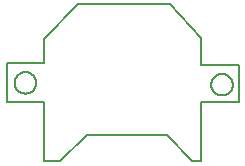
<source format=gbo>
G04 ( created by brdgerber.py ( brdgerber.py v0.1 2014-03-12 ) ) date 2015-07-07 22:24:22 EDT*
G04 Gerber Fmt 3.4, Leading zero omitted, Abs format*
%MOIN*%
%FSLAX34Y34*%
G01*
G70*
G90*
G04 APERTURE LIST*
%ADD17C,0.0026*%
%ADD19R,0.0250X0.0450*%
%ADD12C,0.0052*%
%ADD11R,0.1259X0.1259*%
%ADD21R,0.0236X0.0551*%
%ADD22C,0.0060*%
%ADD25C,0.0472*%
%ADD10R,0.1535X0.1535*%
%ADD13C,0.0050*%
%ADD14R,0.0450X0.0250*%
%ADD20C,0.0200*%
%ADD16R,0.0314X0.0314*%
%ADD24C,0.0100*%
%ADD15C,0.0045*%
%ADD23C,0.0080*%
%ADD18C,0.0040*%
G04 APERTURE END LIST*
G54D17*
D13*
G01X02676Y12545D02*
G01X03928Y12545D01*
D13*
G01X03928Y12545D02*
G01X03928Y13345D01*
D13*
G01X03928Y13345D02*
G01X05044Y14522D01*
D13*
G01X05044Y14522D02*
G01X08116Y14522D01*
D13*
G01X08116Y14522D02*
G01X09172Y13406D01*
D13*
G01X09172Y13406D02*
G01X09172Y12506D01*
D13*
G01X09172Y12506D02*
G01X10424Y12506D01*
D13*
G01X10424Y12506D02*
G01X10424Y11255D01*
D13*
G01X10424Y11255D02*
G01X09172Y11255D01*
D13*
G01X09172Y11255D02*
G01X09172Y09282D01*
D13*
G01X09172Y09282D02*
G01X08850Y09282D01*
D13*
G01X08850Y09282D02*
G01X08007Y10167D01*
D13*
G01X08007Y10167D02*
G01X05350Y10167D01*
D13*
G01X05350Y10167D02*
G01X04450Y09282D01*
D13*
G01X04450Y09282D02*
G01X03928Y09282D01*
D13*
G01X03928Y09282D02*
G01X03928Y11255D01*
D13*
G01X03928Y11255D02*
G01X02676Y11255D01*
D13*
G01X02676Y11255D02*
G01X02676Y12545D01*
D13*
G01X03661Y11900D02*
G01X03661Y11900D01*
G01X03661Y11909D01*
G01X03661Y11918D01*
G01X03660Y11926D01*
G01X03659Y11935D01*
G01X03658Y11944D01*
G01X03657Y11953D01*
G01X03656Y11962D01*
G01X03654Y11970D01*
G01X03652Y11979D01*
G01X03650Y11987D01*
G01X03648Y11996D01*
G01X03645Y12005D01*
G01X03643Y12013D01*
G01X03640Y12021D01*
G01X03637Y12030D01*
G01X03634Y12038D01*
G01X03630Y12046D01*
G01X03626Y12054D01*
G01X03623Y12062D01*
G01X03618Y12070D01*
G01X03614Y12077D01*
G01X03610Y12085D01*
G01X03605Y12093D01*
G01X03600Y12100D01*
G01X03595Y12107D01*
G01X03590Y12114D01*
G01X03585Y12121D01*
G01X03579Y12128D01*
G01X03574Y12135D01*
G01X03568Y12142D01*
G01X03562Y12148D01*
G01X03556Y12155D01*
G01X03549Y12161D01*
G01X03543Y12167D01*
G01X03536Y12173D01*
G01X03529Y12178D01*
G01X03522Y12184D01*
G01X03515Y12189D01*
G01X03508Y12194D01*
G01X03501Y12199D01*
G01X03494Y12204D01*
G01X03486Y12209D01*
G01X03478Y12213D01*
G01X03471Y12217D01*
G01X03463Y12222D01*
G01X03455Y12225D01*
G01X03447Y12229D01*
G01X03439Y12233D01*
G01X03431Y12236D01*
G01X03422Y12239D01*
G01X03414Y12242D01*
G01X03406Y12244D01*
G01X03397Y12247D01*
G01X03388Y12249D01*
G01X03380Y12251D01*
G01X03371Y12253D01*
G01X03363Y12255D01*
G01X03354Y12256D01*
G01X03345Y12257D01*
G01X03336Y12258D01*
G01X03327Y12259D01*
G01X03319Y12260D01*
G01X03310Y12260D01*
G01X03301Y12260D01*
G01X03292Y12260D01*
G01X03283Y12260D01*
G01X03275Y12259D01*
G01X03266Y12258D01*
G01X03257Y12257D01*
G01X03248Y12256D01*
G01X03239Y12255D01*
G01X03231Y12253D01*
G01X03222Y12251D01*
G01X03214Y12249D01*
G01X03205Y12247D01*
G01X03196Y12244D01*
G01X03188Y12242D01*
G01X03180Y12239D01*
G01X03171Y12236D01*
G01X03163Y12233D01*
G01X03155Y12229D01*
G01X03147Y12225D01*
G01X03139Y12222D01*
G01X03131Y12217D01*
G01X03124Y12213D01*
G01X03116Y12209D01*
G01X03108Y12204D01*
G01X03101Y12199D01*
G01X03094Y12194D01*
G01X03087Y12189D01*
G01X03080Y12184D01*
G01X03073Y12178D01*
G01X03066Y12173D01*
G01X03059Y12167D01*
G01X03053Y12161D01*
G01X03046Y12155D01*
G01X03040Y12148D01*
G01X03034Y12142D01*
G01X03028Y12135D01*
G01X03023Y12128D01*
G01X03017Y12121D01*
G01X03012Y12114D01*
G01X03007Y12107D01*
G01X03002Y12100D01*
G01X02997Y12093D01*
G01X02992Y12085D01*
G01X02988Y12077D01*
G01X02984Y12070D01*
G01X02979Y12062D01*
G01X02976Y12054D01*
G01X02972Y12046D01*
G01X02968Y12038D01*
G01X02965Y12030D01*
G01X02962Y12021D01*
G01X02959Y12013D01*
G01X02957Y12005D01*
G01X02954Y11996D01*
G01X02952Y11987D01*
G01X02950Y11979D01*
G01X02948Y11970D01*
G01X02946Y11962D01*
G01X02945Y11953D01*
G01X02944Y11944D01*
G01X02943Y11935D01*
G01X02942Y11926D01*
G01X02941Y11918D01*
G01X02941Y11909D01*
G01X02941Y11900D01*
G01X02941Y11891D01*
G01X02941Y11882D01*
G01X02942Y11874D01*
G01X02943Y11865D01*
G01X02944Y11856D01*
G01X02945Y11847D01*
G01X02946Y11838D01*
G01X02948Y11830D01*
G01X02950Y11821D01*
G01X02952Y11813D01*
G01X02954Y11804D01*
G01X02957Y11795D01*
G01X02959Y11787D01*
G01X02962Y11779D01*
G01X02965Y11770D01*
G01X02968Y11762D01*
G01X02972Y11754D01*
G01X02976Y11746D01*
G01X02979Y11738D01*
G01X02984Y11730D01*
G01X02988Y11723D01*
G01X02992Y11715D01*
G01X02997Y11707D01*
G01X03002Y11700D01*
G01X03007Y11693D01*
G01X03012Y11686D01*
G01X03017Y11679D01*
G01X03023Y11672D01*
G01X03028Y11665D01*
G01X03034Y11658D01*
G01X03040Y11652D01*
G01X03046Y11645D01*
G01X03053Y11639D01*
G01X03059Y11633D01*
G01X03066Y11627D01*
G01X03073Y11622D01*
G01X03080Y11616D01*
G01X03087Y11611D01*
G01X03094Y11606D01*
G01X03101Y11601D01*
G01X03108Y11596D01*
G01X03116Y11591D01*
G01X03124Y11587D01*
G01X03131Y11583D01*
G01X03139Y11578D01*
G01X03147Y11575D01*
G01X03155Y11571D01*
G01X03163Y11567D01*
G01X03171Y11564D01*
G01X03180Y11561D01*
G01X03188Y11558D01*
G01X03196Y11556D01*
G01X03205Y11553D01*
G01X03214Y11551D01*
G01X03222Y11549D01*
G01X03231Y11547D01*
G01X03239Y11545D01*
G01X03248Y11544D01*
G01X03257Y11543D01*
G01X03266Y11542D01*
G01X03275Y11541D01*
G01X03283Y11540D01*
G01X03292Y11540D01*
G01X03301Y11540D01*
G01X03310Y11540D01*
G01X03319Y11540D01*
G01X03327Y11541D01*
G01X03336Y11542D01*
G01X03345Y11543D01*
G01X03354Y11544D01*
G01X03363Y11545D01*
G01X03371Y11547D01*
G01X03380Y11549D01*
G01X03388Y11551D01*
G01X03397Y11553D01*
G01X03406Y11556D01*
G01X03414Y11558D01*
G01X03422Y11561D01*
G01X03431Y11564D01*
G01X03439Y11567D01*
G01X03447Y11571D01*
G01X03455Y11575D01*
G01X03463Y11578D01*
G01X03471Y11583D01*
G01X03478Y11587D01*
G01X03486Y11591D01*
G01X03494Y11596D01*
G01X03501Y11601D01*
G01X03508Y11606D01*
G01X03515Y11611D01*
G01X03522Y11616D01*
G01X03529Y11622D01*
G01X03536Y11627D01*
G01X03543Y11633D01*
G01X03549Y11639D01*
G01X03556Y11645D01*
G01X03562Y11652D01*
G01X03568Y11658D01*
G01X03574Y11665D01*
G01X03579Y11672D01*
G01X03585Y11679D01*
G01X03590Y11686D01*
G01X03595Y11693D01*
G01X03600Y11700D01*
G01X03605Y11707D01*
G01X03610Y11715D01*
G01X03614Y11723D01*
G01X03618Y11730D01*
G01X03623Y11738D01*
G01X03626Y11746D01*
G01X03630Y11754D01*
G01X03634Y11762D01*
G01X03637Y11770D01*
G01X03640Y11779D01*
G01X03643Y11787D01*
G01X03645Y11795D01*
G01X03648Y11804D01*
G01X03650Y11813D01*
G01X03652Y11821D01*
G01X03654Y11830D01*
G01X03656Y11838D01*
G01X03657Y11847D01*
G01X03658Y11856D01*
G01X03659Y11865D01*
G01X03660Y11874D01*
G01X03661Y11882D01*
G01X03661Y11891D01*
G01X03661Y11900D01*
D13*
G01X10217Y11840D02*
G01X10217Y11840D01*
G01X10217Y11849D01*
G01X10217Y11858D01*
G01X10216Y11866D01*
G01X10215Y11875D01*
G01X10214Y11884D01*
G01X10213Y11893D01*
G01X10212Y11902D01*
G01X10210Y11910D01*
G01X10208Y11919D01*
G01X10206Y11927D01*
G01X10204Y11936D01*
G01X10201Y11945D01*
G01X10199Y11953D01*
G01X10196Y11961D01*
G01X10193Y11970D01*
G01X10190Y11978D01*
G01X10186Y11986D01*
G01X10182Y11994D01*
G01X10179Y12002D01*
G01X10174Y12010D01*
G01X10170Y12017D01*
G01X10166Y12025D01*
G01X10161Y12033D01*
G01X10156Y12040D01*
G01X10151Y12047D01*
G01X10146Y12054D01*
G01X10141Y12061D01*
G01X10135Y12068D01*
G01X10130Y12075D01*
G01X10124Y12082D01*
G01X10118Y12088D01*
G01X10112Y12095D01*
G01X10105Y12101D01*
G01X10099Y12107D01*
G01X10092Y12113D01*
G01X10085Y12118D01*
G01X10078Y12124D01*
G01X10071Y12129D01*
G01X10064Y12134D01*
G01X10057Y12139D01*
G01X10050Y12144D01*
G01X10042Y12149D01*
G01X10034Y12153D01*
G01X10027Y12157D01*
G01X10019Y12162D01*
G01X10011Y12165D01*
G01X10003Y12169D01*
G01X09995Y12173D01*
G01X09987Y12176D01*
G01X09978Y12179D01*
G01X09970Y12182D01*
G01X09962Y12184D01*
G01X09953Y12187D01*
G01X09944Y12189D01*
G01X09936Y12191D01*
G01X09927Y12193D01*
G01X09919Y12195D01*
G01X09910Y12196D01*
G01X09901Y12197D01*
G01X09892Y12198D01*
G01X09883Y12199D01*
G01X09875Y12200D01*
G01X09866Y12200D01*
G01X09857Y12200D01*
G01X09848Y12200D01*
G01X09839Y12200D01*
G01X09831Y12199D01*
G01X09822Y12198D01*
G01X09813Y12197D01*
G01X09804Y12196D01*
G01X09795Y12195D01*
G01X09787Y12193D01*
G01X09778Y12191D01*
G01X09770Y12189D01*
G01X09761Y12187D01*
G01X09752Y12184D01*
G01X09744Y12182D01*
G01X09736Y12179D01*
G01X09727Y12176D01*
G01X09719Y12173D01*
G01X09711Y12169D01*
G01X09703Y12165D01*
G01X09695Y12162D01*
G01X09687Y12157D01*
G01X09680Y12153D01*
G01X09672Y12149D01*
G01X09664Y12144D01*
G01X09657Y12139D01*
G01X09650Y12134D01*
G01X09643Y12129D01*
G01X09636Y12124D01*
G01X09629Y12118D01*
G01X09622Y12113D01*
G01X09615Y12107D01*
G01X09609Y12101D01*
G01X09602Y12095D01*
G01X09596Y12088D01*
G01X09590Y12082D01*
G01X09584Y12075D01*
G01X09579Y12068D01*
G01X09573Y12061D01*
G01X09568Y12054D01*
G01X09563Y12047D01*
G01X09558Y12040D01*
G01X09553Y12033D01*
G01X09548Y12025D01*
G01X09544Y12017D01*
G01X09540Y12010D01*
G01X09535Y12002D01*
G01X09532Y11994D01*
G01X09528Y11986D01*
G01X09524Y11978D01*
G01X09521Y11970D01*
G01X09518Y11961D01*
G01X09515Y11953D01*
G01X09513Y11945D01*
G01X09510Y11936D01*
G01X09508Y11927D01*
G01X09506Y11919D01*
G01X09504Y11910D01*
G01X09502Y11902D01*
G01X09501Y11893D01*
G01X09500Y11884D01*
G01X09499Y11875D01*
G01X09498Y11866D01*
G01X09497Y11858D01*
G01X09497Y11849D01*
G01X09497Y11840D01*
G01X09497Y11831D01*
G01X09497Y11822D01*
G01X09498Y11814D01*
G01X09499Y11805D01*
G01X09500Y11796D01*
G01X09501Y11787D01*
G01X09502Y11778D01*
G01X09504Y11770D01*
G01X09506Y11761D01*
G01X09508Y11753D01*
G01X09510Y11744D01*
G01X09513Y11735D01*
G01X09515Y11727D01*
G01X09518Y11719D01*
G01X09521Y11710D01*
G01X09524Y11702D01*
G01X09528Y11694D01*
G01X09532Y11686D01*
G01X09535Y11678D01*
G01X09540Y11670D01*
G01X09544Y11663D01*
G01X09548Y11655D01*
G01X09553Y11647D01*
G01X09558Y11640D01*
G01X09563Y11633D01*
G01X09568Y11626D01*
G01X09573Y11619D01*
G01X09579Y11612D01*
G01X09584Y11605D01*
G01X09590Y11598D01*
G01X09596Y11592D01*
G01X09602Y11585D01*
G01X09609Y11579D01*
G01X09615Y11573D01*
G01X09622Y11567D01*
G01X09629Y11562D01*
G01X09636Y11556D01*
G01X09643Y11551D01*
G01X09650Y11546D01*
G01X09657Y11541D01*
G01X09664Y11536D01*
G01X09672Y11531D01*
G01X09680Y11527D01*
G01X09687Y11523D01*
G01X09695Y11518D01*
G01X09703Y11515D01*
G01X09711Y11511D01*
G01X09719Y11507D01*
G01X09727Y11504D01*
G01X09736Y11501D01*
G01X09744Y11498D01*
G01X09752Y11496D01*
G01X09761Y11493D01*
G01X09770Y11491D01*
G01X09778Y11489D01*
G01X09787Y11487D01*
G01X09795Y11485D01*
G01X09804Y11484D01*
G01X09813Y11483D01*
G01X09822Y11482D01*
G01X09831Y11481D01*
G01X09839Y11480D01*
G01X09848Y11480D01*
G01X09857Y11480D01*
G01X09866Y11480D01*
G01X09875Y11480D01*
G01X09883Y11481D01*
G01X09892Y11482D01*
G01X09901Y11483D01*
G01X09910Y11484D01*
G01X09919Y11485D01*
G01X09927Y11487D01*
G01X09936Y11489D01*
G01X09944Y11491D01*
G01X09953Y11493D01*
G01X09962Y11496D01*
G01X09970Y11498D01*
G01X09978Y11501D01*
G01X09987Y11504D01*
G01X09995Y11507D01*
G01X10003Y11511D01*
G01X10011Y11515D01*
G01X10019Y11518D01*
G01X10027Y11523D01*
G01X10034Y11527D01*
G01X10042Y11531D01*
G01X10050Y11536D01*
G01X10057Y11541D01*
G01X10064Y11546D01*
G01X10071Y11551D01*
G01X10078Y11556D01*
G01X10085Y11562D01*
G01X10092Y11567D01*
G01X10099Y11573D01*
G01X10105Y11579D01*
G01X10112Y11585D01*
G01X10118Y11592D01*
G01X10124Y11598D01*
G01X10130Y11605D01*
G01X10135Y11612D01*
G01X10141Y11619D01*
G01X10146Y11626D01*
G01X10151Y11633D01*
G01X10156Y11640D01*
G01X10161Y11647D01*
G01X10166Y11655D01*
G01X10170Y11663D01*
G01X10174Y11670D01*
G01X10179Y11678D01*
G01X10182Y11686D01*
G01X10186Y11694D01*
G01X10190Y11702D01*
G01X10193Y11710D01*
G01X10196Y11719D01*
G01X10199Y11727D01*
G01X10201Y11735D01*
G01X10204Y11744D01*
G01X10206Y11753D01*
G01X10208Y11761D01*
G01X10210Y11770D01*
G01X10212Y11778D01*
G01X10213Y11787D01*
G01X10214Y11796D01*
G01X10215Y11805D01*
G01X10216Y11814D01*
G01X10217Y11822D01*
G01X10217Y11831D01*
G01X10217Y11840D01*
M02*

</source>
